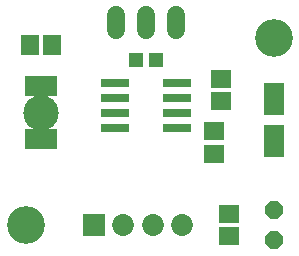
<source format=gbr>
G04 EAGLE Gerber RS-274X export*
G75*
%MOMM*%
%FSLAX34Y34*%
%LPD*%
%AMOC8*
5,1,8,0,0,1.08239X$1,22.5*%
G01*
%ADD10C,3.200400*%
%ADD11R,1.803200X2.803200*%
%ADD12R,1.253200X1.283200*%
%ADD13R,1.803200X1.503200*%
%ADD14R,2.403200X0.803200*%
%ADD15R,1.853200X1.853200*%
%ADD16C,1.853200*%
%ADD17P,1.649562X8X112.500000*%
%ADD18R,2.803200X1.703200*%
%ADD19C,3.003200*%
%ADD20R,1.503200X1.803200*%
%ADD21C,1.524000*%


D10*
X38100Y38100D03*
X247650Y196850D03*
D11*
X247650Y145000D03*
X247650Y109000D03*
D12*
X148450Y177800D03*
X130950Y177800D03*
D13*
X196850Y117950D03*
X196850Y97950D03*
D14*
X113700Y146050D03*
X165700Y146050D03*
X113700Y158750D03*
X113700Y133350D03*
X113700Y120650D03*
X165700Y158750D03*
X165700Y133350D03*
X165700Y120650D03*
D15*
X95250Y38100D03*
D16*
X120250Y38100D03*
X145250Y38100D03*
X170250Y38100D03*
D17*
X247650Y25400D03*
X247650Y50800D03*
D18*
X50800Y110750D03*
X50800Y155750D03*
D19*
X50800Y133250D03*
D13*
X203200Y142900D03*
X203200Y161900D03*
D20*
X60300Y190500D03*
X41300Y190500D03*
D13*
X209550Y28600D03*
X209550Y47600D03*
D21*
X165100Y202946D02*
X165100Y216154D01*
X114300Y216154D02*
X114300Y202946D01*
X139700Y202946D02*
X139700Y216154D01*
M02*

</source>
